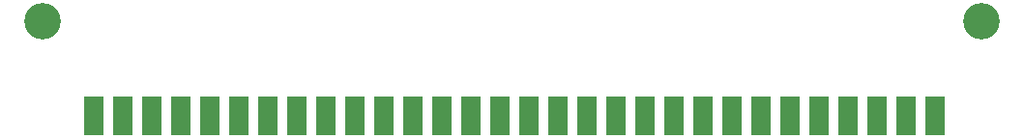
<source format=gbr>
%TF.GenerationSoftware,KiCad,Pcbnew,(5.1.9)-1*%
%TF.CreationDate,2021-01-13T00:02:16+11:00*%
%TF.ProjectId,1M-30pinsimm,314d2d33-3070-4696-9e73-696d6d2e6b69,rev?*%
%TF.SameCoordinates,Original*%
%TF.FileFunction,Soldermask,Bot*%
%TF.FilePolarity,Negative*%
%FSLAX46Y46*%
G04 Gerber Fmt 4.6, Leading zero omitted, Abs format (unit mm)*
G04 Created by KiCad (PCBNEW (5.1.9)-1) date 2021-01-13 00:02:16*
%MOMM*%
%LPD*%
G01*
G04 APERTURE LIST*
%ADD10C,3.200000*%
%ADD11R,1.780000X3.500000*%
G04 APERTURE END LIST*
D10*
%TO.C,H2*%
X199898000Y-116840000D03*
%TD*%
%TO.C,H1*%
X117729000Y-116840000D03*
%TD*%
D11*
%TO.C,B1*%
X172974000Y-125098000D03*
X170434000Y-125098000D03*
X193294000Y-125098000D03*
X190754000Y-125098000D03*
X188214000Y-125098000D03*
X167894000Y-125098000D03*
X195834000Y-125098000D03*
X185674000Y-125098000D03*
X162814000Y-125098000D03*
X183134000Y-125098000D03*
X175514000Y-125098000D03*
X165354000Y-125098000D03*
X180594000Y-125098000D03*
X178054000Y-125098000D03*
X150114000Y-125098000D03*
X147574000Y-125098000D03*
X145034000Y-125098000D03*
X160274000Y-125098000D03*
X152654000Y-125098000D03*
X142494000Y-125098000D03*
X157734000Y-125098000D03*
X155194000Y-125098000D03*
X137414000Y-125098000D03*
X139954000Y-125098000D03*
X134874000Y-125098000D03*
X132334000Y-125098000D03*
X129794000Y-125098000D03*
X127254000Y-125098000D03*
X124714000Y-125098000D03*
X122174000Y-125098000D03*
%TD*%
M02*

</source>
